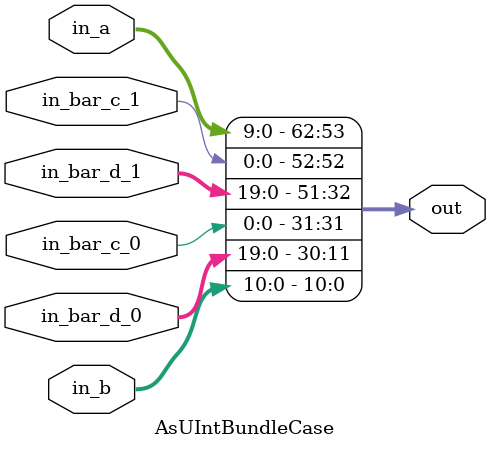
<source format=v>
module AsUIntBundleCase (
  input  [9:0]  in_a,
  input         in_bar_c_0,
  input  [19:0] in_bar_d_0,
  input         in_bar_c_1,
  input  [19:0] in_bar_d_1,
  input  [10:0] in_b,
  output [62:0] out
);
  assign out = {in_a, in_bar_c_1, in_bar_d_1, in_bar_c_0, in_bar_d_0, in_b};
endmodule

</source>
